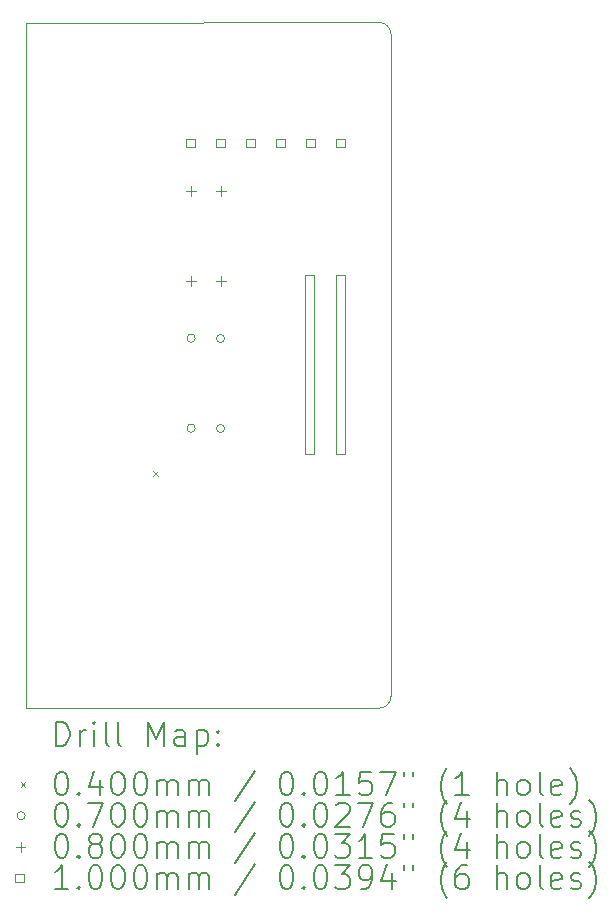
<source format=gbr>
%TF.GenerationSoftware,KiCad,Pcbnew,7.0.8*%
%TF.CreationDate,2023-12-01T23:48:12-08:00*%
%TF.ProjectId,COMiX-Edge-Adapter-Slim,434f4d69-582d-4456-9467-652d41646170,rev?*%
%TF.SameCoordinates,Original*%
%TF.FileFunction,Drillmap*%
%TF.FilePolarity,Positive*%
%FSLAX45Y45*%
G04 Gerber Fmt 4.5, Leading zero omitted, Abs format (unit mm)*
G04 Created by KiCad (PCBNEW 7.0.8) date 2023-12-01 23:48:12*
%MOMM*%
%LPD*%
G01*
G04 APERTURE LIST*
%ADD10C,0.100000*%
%ADD11C,0.200000*%
%ADD12C,0.040000*%
%ADD13C,0.070000*%
%ADD14C,0.080000*%
G04 APERTURE END LIST*
D10*
X22679660Y-12536170D02*
X22679660Y-11014710D01*
X22598380Y-11014710D02*
X22679660Y-11014710D01*
X22598380Y-12536170D02*
X22679660Y-12536170D01*
X22598380Y-11014710D02*
X22598380Y-12536170D01*
X22860000Y-11014710D02*
X22941280Y-11014710D01*
X22941280Y-12536170D02*
X22941280Y-11014710D01*
X22860000Y-12536170D02*
X22941280Y-12536170D01*
X22860000Y-11014710D02*
X22860000Y-12536170D01*
X23327649Y-14585180D02*
X23327360Y-8978900D01*
X20236180Y-14686280D02*
X23227649Y-14685180D01*
X23227649Y-14685179D02*
G75*
G03*
X23327649Y-14585180I1J99999D01*
G01*
X23327360Y-8978900D02*
G75*
G03*
X23227360Y-8878900I-100000J0D01*
G01*
X20236180Y-8879840D02*
X23227360Y-8878900D01*
X20236180Y-8879840D02*
X20236180Y-14686280D01*
D11*
D12*
X21313460Y-12674920D02*
X21353460Y-12714920D01*
X21353460Y-12674920D02*
X21313460Y-12714920D01*
D13*
X21670720Y-11551920D02*
G75*
G03*
X21670720Y-11551920I-35000J0D01*
G01*
X21670720Y-12313920D02*
G75*
G03*
X21670720Y-12313920I-35000J0D01*
G01*
X21919640Y-11554460D02*
G75*
G03*
X21919640Y-11554460I-35000J0D01*
G01*
X21919640Y-12316460D02*
G75*
G03*
X21919640Y-12316460I-35000J0D01*
G01*
D14*
X21633180Y-10267320D02*
X21633180Y-10347320D01*
X21593180Y-10307320D02*
X21673180Y-10307320D01*
X21633180Y-11029320D02*
X21633180Y-11109320D01*
X21593180Y-11069320D02*
X21673180Y-11069320D01*
X21887180Y-10267320D02*
X21887180Y-10347320D01*
X21847180Y-10307320D02*
X21927180Y-10307320D01*
X21887180Y-11029320D02*
X21887180Y-11109320D01*
X21847180Y-11069320D02*
X21927180Y-11069320D01*
D10*
X21665356Y-9935356D02*
X21665356Y-9864644D01*
X21594644Y-9864644D01*
X21594644Y-9935356D01*
X21665356Y-9935356D01*
X21919356Y-9935356D02*
X21919356Y-9864644D01*
X21848644Y-9864644D01*
X21848644Y-9935356D01*
X21919356Y-9935356D01*
X22173356Y-9935356D02*
X22173356Y-9864644D01*
X22102644Y-9864644D01*
X22102644Y-9935356D01*
X22173356Y-9935356D01*
X22427356Y-9935356D02*
X22427356Y-9864644D01*
X22356644Y-9864644D01*
X22356644Y-9935356D01*
X22427356Y-9935356D01*
X22681356Y-9935356D02*
X22681356Y-9864644D01*
X22610644Y-9864644D01*
X22610644Y-9935356D01*
X22681356Y-9935356D01*
X22935356Y-9935356D02*
X22935356Y-9864644D01*
X22864644Y-9864644D01*
X22864644Y-9935356D01*
X22935356Y-9935356D01*
D11*
X20491957Y-15002764D02*
X20491957Y-14802764D01*
X20491957Y-14802764D02*
X20539576Y-14802764D01*
X20539576Y-14802764D02*
X20568147Y-14812288D01*
X20568147Y-14812288D02*
X20587195Y-14831335D01*
X20587195Y-14831335D02*
X20596719Y-14850383D01*
X20596719Y-14850383D02*
X20606243Y-14888478D01*
X20606243Y-14888478D02*
X20606243Y-14917049D01*
X20606243Y-14917049D02*
X20596719Y-14955145D01*
X20596719Y-14955145D02*
X20587195Y-14974192D01*
X20587195Y-14974192D02*
X20568147Y-14993240D01*
X20568147Y-14993240D02*
X20539576Y-15002764D01*
X20539576Y-15002764D02*
X20491957Y-15002764D01*
X20691957Y-15002764D02*
X20691957Y-14869430D01*
X20691957Y-14907526D02*
X20701481Y-14888478D01*
X20701481Y-14888478D02*
X20711004Y-14878954D01*
X20711004Y-14878954D02*
X20730052Y-14869430D01*
X20730052Y-14869430D02*
X20749100Y-14869430D01*
X20815766Y-15002764D02*
X20815766Y-14869430D01*
X20815766Y-14802764D02*
X20806243Y-14812288D01*
X20806243Y-14812288D02*
X20815766Y-14821811D01*
X20815766Y-14821811D02*
X20825290Y-14812288D01*
X20825290Y-14812288D02*
X20815766Y-14802764D01*
X20815766Y-14802764D02*
X20815766Y-14821811D01*
X20939576Y-15002764D02*
X20920528Y-14993240D01*
X20920528Y-14993240D02*
X20911004Y-14974192D01*
X20911004Y-14974192D02*
X20911004Y-14802764D01*
X21044338Y-15002764D02*
X21025290Y-14993240D01*
X21025290Y-14993240D02*
X21015766Y-14974192D01*
X21015766Y-14974192D02*
X21015766Y-14802764D01*
X21272909Y-15002764D02*
X21272909Y-14802764D01*
X21272909Y-14802764D02*
X21339576Y-14945621D01*
X21339576Y-14945621D02*
X21406243Y-14802764D01*
X21406243Y-14802764D02*
X21406243Y-15002764D01*
X21587195Y-15002764D02*
X21587195Y-14898002D01*
X21587195Y-14898002D02*
X21577671Y-14878954D01*
X21577671Y-14878954D02*
X21558624Y-14869430D01*
X21558624Y-14869430D02*
X21520528Y-14869430D01*
X21520528Y-14869430D02*
X21501481Y-14878954D01*
X21587195Y-14993240D02*
X21568147Y-15002764D01*
X21568147Y-15002764D02*
X21520528Y-15002764D01*
X21520528Y-15002764D02*
X21501481Y-14993240D01*
X21501481Y-14993240D02*
X21491957Y-14974192D01*
X21491957Y-14974192D02*
X21491957Y-14955145D01*
X21491957Y-14955145D02*
X21501481Y-14936097D01*
X21501481Y-14936097D02*
X21520528Y-14926573D01*
X21520528Y-14926573D02*
X21568147Y-14926573D01*
X21568147Y-14926573D02*
X21587195Y-14917049D01*
X21682433Y-14869430D02*
X21682433Y-15069430D01*
X21682433Y-14878954D02*
X21701481Y-14869430D01*
X21701481Y-14869430D02*
X21739576Y-14869430D01*
X21739576Y-14869430D02*
X21758624Y-14878954D01*
X21758624Y-14878954D02*
X21768147Y-14888478D01*
X21768147Y-14888478D02*
X21777671Y-14907526D01*
X21777671Y-14907526D02*
X21777671Y-14964668D01*
X21777671Y-14964668D02*
X21768147Y-14983716D01*
X21768147Y-14983716D02*
X21758624Y-14993240D01*
X21758624Y-14993240D02*
X21739576Y-15002764D01*
X21739576Y-15002764D02*
X21701481Y-15002764D01*
X21701481Y-15002764D02*
X21682433Y-14993240D01*
X21863385Y-14983716D02*
X21872909Y-14993240D01*
X21872909Y-14993240D02*
X21863385Y-15002764D01*
X21863385Y-15002764D02*
X21853862Y-14993240D01*
X21853862Y-14993240D02*
X21863385Y-14983716D01*
X21863385Y-14983716D02*
X21863385Y-15002764D01*
X21863385Y-14878954D02*
X21872909Y-14888478D01*
X21872909Y-14888478D02*
X21863385Y-14898002D01*
X21863385Y-14898002D02*
X21853862Y-14888478D01*
X21853862Y-14888478D02*
X21863385Y-14878954D01*
X21863385Y-14878954D02*
X21863385Y-14898002D01*
D12*
X20191180Y-15311280D02*
X20231180Y-15351280D01*
X20231180Y-15311280D02*
X20191180Y-15351280D01*
D11*
X20530052Y-15222764D02*
X20549100Y-15222764D01*
X20549100Y-15222764D02*
X20568147Y-15232288D01*
X20568147Y-15232288D02*
X20577671Y-15241811D01*
X20577671Y-15241811D02*
X20587195Y-15260859D01*
X20587195Y-15260859D02*
X20596719Y-15298954D01*
X20596719Y-15298954D02*
X20596719Y-15346573D01*
X20596719Y-15346573D02*
X20587195Y-15384668D01*
X20587195Y-15384668D02*
X20577671Y-15403716D01*
X20577671Y-15403716D02*
X20568147Y-15413240D01*
X20568147Y-15413240D02*
X20549100Y-15422764D01*
X20549100Y-15422764D02*
X20530052Y-15422764D01*
X20530052Y-15422764D02*
X20511004Y-15413240D01*
X20511004Y-15413240D02*
X20501481Y-15403716D01*
X20501481Y-15403716D02*
X20491957Y-15384668D01*
X20491957Y-15384668D02*
X20482433Y-15346573D01*
X20482433Y-15346573D02*
X20482433Y-15298954D01*
X20482433Y-15298954D02*
X20491957Y-15260859D01*
X20491957Y-15260859D02*
X20501481Y-15241811D01*
X20501481Y-15241811D02*
X20511004Y-15232288D01*
X20511004Y-15232288D02*
X20530052Y-15222764D01*
X20682433Y-15403716D02*
X20691957Y-15413240D01*
X20691957Y-15413240D02*
X20682433Y-15422764D01*
X20682433Y-15422764D02*
X20672909Y-15413240D01*
X20672909Y-15413240D02*
X20682433Y-15403716D01*
X20682433Y-15403716D02*
X20682433Y-15422764D01*
X20863385Y-15289430D02*
X20863385Y-15422764D01*
X20815766Y-15213240D02*
X20768147Y-15356097D01*
X20768147Y-15356097D02*
X20891957Y-15356097D01*
X21006243Y-15222764D02*
X21025290Y-15222764D01*
X21025290Y-15222764D02*
X21044338Y-15232288D01*
X21044338Y-15232288D02*
X21053862Y-15241811D01*
X21053862Y-15241811D02*
X21063385Y-15260859D01*
X21063385Y-15260859D02*
X21072909Y-15298954D01*
X21072909Y-15298954D02*
X21072909Y-15346573D01*
X21072909Y-15346573D02*
X21063385Y-15384668D01*
X21063385Y-15384668D02*
X21053862Y-15403716D01*
X21053862Y-15403716D02*
X21044338Y-15413240D01*
X21044338Y-15413240D02*
X21025290Y-15422764D01*
X21025290Y-15422764D02*
X21006243Y-15422764D01*
X21006243Y-15422764D02*
X20987195Y-15413240D01*
X20987195Y-15413240D02*
X20977671Y-15403716D01*
X20977671Y-15403716D02*
X20968147Y-15384668D01*
X20968147Y-15384668D02*
X20958624Y-15346573D01*
X20958624Y-15346573D02*
X20958624Y-15298954D01*
X20958624Y-15298954D02*
X20968147Y-15260859D01*
X20968147Y-15260859D02*
X20977671Y-15241811D01*
X20977671Y-15241811D02*
X20987195Y-15232288D01*
X20987195Y-15232288D02*
X21006243Y-15222764D01*
X21196719Y-15222764D02*
X21215766Y-15222764D01*
X21215766Y-15222764D02*
X21234814Y-15232288D01*
X21234814Y-15232288D02*
X21244338Y-15241811D01*
X21244338Y-15241811D02*
X21253862Y-15260859D01*
X21253862Y-15260859D02*
X21263385Y-15298954D01*
X21263385Y-15298954D02*
X21263385Y-15346573D01*
X21263385Y-15346573D02*
X21253862Y-15384668D01*
X21253862Y-15384668D02*
X21244338Y-15403716D01*
X21244338Y-15403716D02*
X21234814Y-15413240D01*
X21234814Y-15413240D02*
X21215766Y-15422764D01*
X21215766Y-15422764D02*
X21196719Y-15422764D01*
X21196719Y-15422764D02*
X21177671Y-15413240D01*
X21177671Y-15413240D02*
X21168147Y-15403716D01*
X21168147Y-15403716D02*
X21158624Y-15384668D01*
X21158624Y-15384668D02*
X21149100Y-15346573D01*
X21149100Y-15346573D02*
X21149100Y-15298954D01*
X21149100Y-15298954D02*
X21158624Y-15260859D01*
X21158624Y-15260859D02*
X21168147Y-15241811D01*
X21168147Y-15241811D02*
X21177671Y-15232288D01*
X21177671Y-15232288D02*
X21196719Y-15222764D01*
X21349100Y-15422764D02*
X21349100Y-15289430D01*
X21349100Y-15308478D02*
X21358624Y-15298954D01*
X21358624Y-15298954D02*
X21377671Y-15289430D01*
X21377671Y-15289430D02*
X21406243Y-15289430D01*
X21406243Y-15289430D02*
X21425290Y-15298954D01*
X21425290Y-15298954D02*
X21434814Y-15318002D01*
X21434814Y-15318002D02*
X21434814Y-15422764D01*
X21434814Y-15318002D02*
X21444338Y-15298954D01*
X21444338Y-15298954D02*
X21463385Y-15289430D01*
X21463385Y-15289430D02*
X21491957Y-15289430D01*
X21491957Y-15289430D02*
X21511005Y-15298954D01*
X21511005Y-15298954D02*
X21520528Y-15318002D01*
X21520528Y-15318002D02*
X21520528Y-15422764D01*
X21615766Y-15422764D02*
X21615766Y-15289430D01*
X21615766Y-15308478D02*
X21625290Y-15298954D01*
X21625290Y-15298954D02*
X21644338Y-15289430D01*
X21644338Y-15289430D02*
X21672909Y-15289430D01*
X21672909Y-15289430D02*
X21691957Y-15298954D01*
X21691957Y-15298954D02*
X21701481Y-15318002D01*
X21701481Y-15318002D02*
X21701481Y-15422764D01*
X21701481Y-15318002D02*
X21711005Y-15298954D01*
X21711005Y-15298954D02*
X21730052Y-15289430D01*
X21730052Y-15289430D02*
X21758624Y-15289430D01*
X21758624Y-15289430D02*
X21777671Y-15298954D01*
X21777671Y-15298954D02*
X21787195Y-15318002D01*
X21787195Y-15318002D02*
X21787195Y-15422764D01*
X22177671Y-15213240D02*
X22006243Y-15470383D01*
X22434814Y-15222764D02*
X22453862Y-15222764D01*
X22453862Y-15222764D02*
X22472909Y-15232288D01*
X22472909Y-15232288D02*
X22482433Y-15241811D01*
X22482433Y-15241811D02*
X22491957Y-15260859D01*
X22491957Y-15260859D02*
X22501481Y-15298954D01*
X22501481Y-15298954D02*
X22501481Y-15346573D01*
X22501481Y-15346573D02*
X22491957Y-15384668D01*
X22491957Y-15384668D02*
X22482433Y-15403716D01*
X22482433Y-15403716D02*
X22472909Y-15413240D01*
X22472909Y-15413240D02*
X22453862Y-15422764D01*
X22453862Y-15422764D02*
X22434814Y-15422764D01*
X22434814Y-15422764D02*
X22415766Y-15413240D01*
X22415766Y-15413240D02*
X22406243Y-15403716D01*
X22406243Y-15403716D02*
X22396719Y-15384668D01*
X22396719Y-15384668D02*
X22387195Y-15346573D01*
X22387195Y-15346573D02*
X22387195Y-15298954D01*
X22387195Y-15298954D02*
X22396719Y-15260859D01*
X22396719Y-15260859D02*
X22406243Y-15241811D01*
X22406243Y-15241811D02*
X22415766Y-15232288D01*
X22415766Y-15232288D02*
X22434814Y-15222764D01*
X22587195Y-15403716D02*
X22596719Y-15413240D01*
X22596719Y-15413240D02*
X22587195Y-15422764D01*
X22587195Y-15422764D02*
X22577671Y-15413240D01*
X22577671Y-15413240D02*
X22587195Y-15403716D01*
X22587195Y-15403716D02*
X22587195Y-15422764D01*
X22720528Y-15222764D02*
X22739576Y-15222764D01*
X22739576Y-15222764D02*
X22758624Y-15232288D01*
X22758624Y-15232288D02*
X22768147Y-15241811D01*
X22768147Y-15241811D02*
X22777671Y-15260859D01*
X22777671Y-15260859D02*
X22787195Y-15298954D01*
X22787195Y-15298954D02*
X22787195Y-15346573D01*
X22787195Y-15346573D02*
X22777671Y-15384668D01*
X22777671Y-15384668D02*
X22768147Y-15403716D01*
X22768147Y-15403716D02*
X22758624Y-15413240D01*
X22758624Y-15413240D02*
X22739576Y-15422764D01*
X22739576Y-15422764D02*
X22720528Y-15422764D01*
X22720528Y-15422764D02*
X22701481Y-15413240D01*
X22701481Y-15413240D02*
X22691957Y-15403716D01*
X22691957Y-15403716D02*
X22682433Y-15384668D01*
X22682433Y-15384668D02*
X22672909Y-15346573D01*
X22672909Y-15346573D02*
X22672909Y-15298954D01*
X22672909Y-15298954D02*
X22682433Y-15260859D01*
X22682433Y-15260859D02*
X22691957Y-15241811D01*
X22691957Y-15241811D02*
X22701481Y-15232288D01*
X22701481Y-15232288D02*
X22720528Y-15222764D01*
X22977671Y-15422764D02*
X22863386Y-15422764D01*
X22920528Y-15422764D02*
X22920528Y-15222764D01*
X22920528Y-15222764D02*
X22901481Y-15251335D01*
X22901481Y-15251335D02*
X22882433Y-15270383D01*
X22882433Y-15270383D02*
X22863386Y-15279907D01*
X23158624Y-15222764D02*
X23063386Y-15222764D01*
X23063386Y-15222764D02*
X23053862Y-15318002D01*
X23053862Y-15318002D02*
X23063386Y-15308478D01*
X23063386Y-15308478D02*
X23082433Y-15298954D01*
X23082433Y-15298954D02*
X23130052Y-15298954D01*
X23130052Y-15298954D02*
X23149100Y-15308478D01*
X23149100Y-15308478D02*
X23158624Y-15318002D01*
X23158624Y-15318002D02*
X23168147Y-15337049D01*
X23168147Y-15337049D02*
X23168147Y-15384668D01*
X23168147Y-15384668D02*
X23158624Y-15403716D01*
X23158624Y-15403716D02*
X23149100Y-15413240D01*
X23149100Y-15413240D02*
X23130052Y-15422764D01*
X23130052Y-15422764D02*
X23082433Y-15422764D01*
X23082433Y-15422764D02*
X23063386Y-15413240D01*
X23063386Y-15413240D02*
X23053862Y-15403716D01*
X23234814Y-15222764D02*
X23368147Y-15222764D01*
X23368147Y-15222764D02*
X23282433Y-15422764D01*
X23434814Y-15222764D02*
X23434814Y-15260859D01*
X23511005Y-15222764D02*
X23511005Y-15260859D01*
X23806243Y-15498954D02*
X23796719Y-15489430D01*
X23796719Y-15489430D02*
X23777671Y-15460859D01*
X23777671Y-15460859D02*
X23768148Y-15441811D01*
X23768148Y-15441811D02*
X23758624Y-15413240D01*
X23758624Y-15413240D02*
X23749100Y-15365621D01*
X23749100Y-15365621D02*
X23749100Y-15327526D01*
X23749100Y-15327526D02*
X23758624Y-15279907D01*
X23758624Y-15279907D02*
X23768148Y-15251335D01*
X23768148Y-15251335D02*
X23777671Y-15232288D01*
X23777671Y-15232288D02*
X23796719Y-15203716D01*
X23796719Y-15203716D02*
X23806243Y-15194192D01*
X23987195Y-15422764D02*
X23872909Y-15422764D01*
X23930052Y-15422764D02*
X23930052Y-15222764D01*
X23930052Y-15222764D02*
X23911005Y-15251335D01*
X23911005Y-15251335D02*
X23891957Y-15270383D01*
X23891957Y-15270383D02*
X23872909Y-15279907D01*
X24225290Y-15422764D02*
X24225290Y-15222764D01*
X24311005Y-15422764D02*
X24311005Y-15318002D01*
X24311005Y-15318002D02*
X24301481Y-15298954D01*
X24301481Y-15298954D02*
X24282433Y-15289430D01*
X24282433Y-15289430D02*
X24253862Y-15289430D01*
X24253862Y-15289430D02*
X24234814Y-15298954D01*
X24234814Y-15298954D02*
X24225290Y-15308478D01*
X24434814Y-15422764D02*
X24415767Y-15413240D01*
X24415767Y-15413240D02*
X24406243Y-15403716D01*
X24406243Y-15403716D02*
X24396719Y-15384668D01*
X24396719Y-15384668D02*
X24396719Y-15327526D01*
X24396719Y-15327526D02*
X24406243Y-15308478D01*
X24406243Y-15308478D02*
X24415767Y-15298954D01*
X24415767Y-15298954D02*
X24434814Y-15289430D01*
X24434814Y-15289430D02*
X24463386Y-15289430D01*
X24463386Y-15289430D02*
X24482433Y-15298954D01*
X24482433Y-15298954D02*
X24491957Y-15308478D01*
X24491957Y-15308478D02*
X24501481Y-15327526D01*
X24501481Y-15327526D02*
X24501481Y-15384668D01*
X24501481Y-15384668D02*
X24491957Y-15403716D01*
X24491957Y-15403716D02*
X24482433Y-15413240D01*
X24482433Y-15413240D02*
X24463386Y-15422764D01*
X24463386Y-15422764D02*
X24434814Y-15422764D01*
X24615767Y-15422764D02*
X24596719Y-15413240D01*
X24596719Y-15413240D02*
X24587195Y-15394192D01*
X24587195Y-15394192D02*
X24587195Y-15222764D01*
X24768148Y-15413240D02*
X24749100Y-15422764D01*
X24749100Y-15422764D02*
X24711005Y-15422764D01*
X24711005Y-15422764D02*
X24691957Y-15413240D01*
X24691957Y-15413240D02*
X24682433Y-15394192D01*
X24682433Y-15394192D02*
X24682433Y-15318002D01*
X24682433Y-15318002D02*
X24691957Y-15298954D01*
X24691957Y-15298954D02*
X24711005Y-15289430D01*
X24711005Y-15289430D02*
X24749100Y-15289430D01*
X24749100Y-15289430D02*
X24768148Y-15298954D01*
X24768148Y-15298954D02*
X24777671Y-15318002D01*
X24777671Y-15318002D02*
X24777671Y-15337049D01*
X24777671Y-15337049D02*
X24682433Y-15356097D01*
X24844338Y-15498954D02*
X24853862Y-15489430D01*
X24853862Y-15489430D02*
X24872910Y-15460859D01*
X24872910Y-15460859D02*
X24882433Y-15441811D01*
X24882433Y-15441811D02*
X24891957Y-15413240D01*
X24891957Y-15413240D02*
X24901481Y-15365621D01*
X24901481Y-15365621D02*
X24901481Y-15327526D01*
X24901481Y-15327526D02*
X24891957Y-15279907D01*
X24891957Y-15279907D02*
X24882433Y-15251335D01*
X24882433Y-15251335D02*
X24872910Y-15232288D01*
X24872910Y-15232288D02*
X24853862Y-15203716D01*
X24853862Y-15203716D02*
X24844338Y-15194192D01*
D13*
X20231180Y-15595280D02*
G75*
G03*
X20231180Y-15595280I-35000J0D01*
G01*
D11*
X20530052Y-15486764D02*
X20549100Y-15486764D01*
X20549100Y-15486764D02*
X20568147Y-15496288D01*
X20568147Y-15496288D02*
X20577671Y-15505811D01*
X20577671Y-15505811D02*
X20587195Y-15524859D01*
X20587195Y-15524859D02*
X20596719Y-15562954D01*
X20596719Y-15562954D02*
X20596719Y-15610573D01*
X20596719Y-15610573D02*
X20587195Y-15648668D01*
X20587195Y-15648668D02*
X20577671Y-15667716D01*
X20577671Y-15667716D02*
X20568147Y-15677240D01*
X20568147Y-15677240D02*
X20549100Y-15686764D01*
X20549100Y-15686764D02*
X20530052Y-15686764D01*
X20530052Y-15686764D02*
X20511004Y-15677240D01*
X20511004Y-15677240D02*
X20501481Y-15667716D01*
X20501481Y-15667716D02*
X20491957Y-15648668D01*
X20491957Y-15648668D02*
X20482433Y-15610573D01*
X20482433Y-15610573D02*
X20482433Y-15562954D01*
X20482433Y-15562954D02*
X20491957Y-15524859D01*
X20491957Y-15524859D02*
X20501481Y-15505811D01*
X20501481Y-15505811D02*
X20511004Y-15496288D01*
X20511004Y-15496288D02*
X20530052Y-15486764D01*
X20682433Y-15667716D02*
X20691957Y-15677240D01*
X20691957Y-15677240D02*
X20682433Y-15686764D01*
X20682433Y-15686764D02*
X20672909Y-15677240D01*
X20672909Y-15677240D02*
X20682433Y-15667716D01*
X20682433Y-15667716D02*
X20682433Y-15686764D01*
X20758624Y-15486764D02*
X20891957Y-15486764D01*
X20891957Y-15486764D02*
X20806243Y-15686764D01*
X21006243Y-15486764D02*
X21025290Y-15486764D01*
X21025290Y-15486764D02*
X21044338Y-15496288D01*
X21044338Y-15496288D02*
X21053862Y-15505811D01*
X21053862Y-15505811D02*
X21063385Y-15524859D01*
X21063385Y-15524859D02*
X21072909Y-15562954D01*
X21072909Y-15562954D02*
X21072909Y-15610573D01*
X21072909Y-15610573D02*
X21063385Y-15648668D01*
X21063385Y-15648668D02*
X21053862Y-15667716D01*
X21053862Y-15667716D02*
X21044338Y-15677240D01*
X21044338Y-15677240D02*
X21025290Y-15686764D01*
X21025290Y-15686764D02*
X21006243Y-15686764D01*
X21006243Y-15686764D02*
X20987195Y-15677240D01*
X20987195Y-15677240D02*
X20977671Y-15667716D01*
X20977671Y-15667716D02*
X20968147Y-15648668D01*
X20968147Y-15648668D02*
X20958624Y-15610573D01*
X20958624Y-15610573D02*
X20958624Y-15562954D01*
X20958624Y-15562954D02*
X20968147Y-15524859D01*
X20968147Y-15524859D02*
X20977671Y-15505811D01*
X20977671Y-15505811D02*
X20987195Y-15496288D01*
X20987195Y-15496288D02*
X21006243Y-15486764D01*
X21196719Y-15486764D02*
X21215766Y-15486764D01*
X21215766Y-15486764D02*
X21234814Y-15496288D01*
X21234814Y-15496288D02*
X21244338Y-15505811D01*
X21244338Y-15505811D02*
X21253862Y-15524859D01*
X21253862Y-15524859D02*
X21263385Y-15562954D01*
X21263385Y-15562954D02*
X21263385Y-15610573D01*
X21263385Y-15610573D02*
X21253862Y-15648668D01*
X21253862Y-15648668D02*
X21244338Y-15667716D01*
X21244338Y-15667716D02*
X21234814Y-15677240D01*
X21234814Y-15677240D02*
X21215766Y-15686764D01*
X21215766Y-15686764D02*
X21196719Y-15686764D01*
X21196719Y-15686764D02*
X21177671Y-15677240D01*
X21177671Y-15677240D02*
X21168147Y-15667716D01*
X21168147Y-15667716D02*
X21158624Y-15648668D01*
X21158624Y-15648668D02*
X21149100Y-15610573D01*
X21149100Y-15610573D02*
X21149100Y-15562954D01*
X21149100Y-15562954D02*
X21158624Y-15524859D01*
X21158624Y-15524859D02*
X21168147Y-15505811D01*
X21168147Y-15505811D02*
X21177671Y-15496288D01*
X21177671Y-15496288D02*
X21196719Y-15486764D01*
X21349100Y-15686764D02*
X21349100Y-15553430D01*
X21349100Y-15572478D02*
X21358624Y-15562954D01*
X21358624Y-15562954D02*
X21377671Y-15553430D01*
X21377671Y-15553430D02*
X21406243Y-15553430D01*
X21406243Y-15553430D02*
X21425290Y-15562954D01*
X21425290Y-15562954D02*
X21434814Y-15582002D01*
X21434814Y-15582002D02*
X21434814Y-15686764D01*
X21434814Y-15582002D02*
X21444338Y-15562954D01*
X21444338Y-15562954D02*
X21463385Y-15553430D01*
X21463385Y-15553430D02*
X21491957Y-15553430D01*
X21491957Y-15553430D02*
X21511005Y-15562954D01*
X21511005Y-15562954D02*
X21520528Y-15582002D01*
X21520528Y-15582002D02*
X21520528Y-15686764D01*
X21615766Y-15686764D02*
X21615766Y-15553430D01*
X21615766Y-15572478D02*
X21625290Y-15562954D01*
X21625290Y-15562954D02*
X21644338Y-15553430D01*
X21644338Y-15553430D02*
X21672909Y-15553430D01*
X21672909Y-15553430D02*
X21691957Y-15562954D01*
X21691957Y-15562954D02*
X21701481Y-15582002D01*
X21701481Y-15582002D02*
X21701481Y-15686764D01*
X21701481Y-15582002D02*
X21711005Y-15562954D01*
X21711005Y-15562954D02*
X21730052Y-15553430D01*
X21730052Y-15553430D02*
X21758624Y-15553430D01*
X21758624Y-15553430D02*
X21777671Y-15562954D01*
X21777671Y-15562954D02*
X21787195Y-15582002D01*
X21787195Y-15582002D02*
X21787195Y-15686764D01*
X22177671Y-15477240D02*
X22006243Y-15734383D01*
X22434814Y-15486764D02*
X22453862Y-15486764D01*
X22453862Y-15486764D02*
X22472909Y-15496288D01*
X22472909Y-15496288D02*
X22482433Y-15505811D01*
X22482433Y-15505811D02*
X22491957Y-15524859D01*
X22491957Y-15524859D02*
X22501481Y-15562954D01*
X22501481Y-15562954D02*
X22501481Y-15610573D01*
X22501481Y-15610573D02*
X22491957Y-15648668D01*
X22491957Y-15648668D02*
X22482433Y-15667716D01*
X22482433Y-15667716D02*
X22472909Y-15677240D01*
X22472909Y-15677240D02*
X22453862Y-15686764D01*
X22453862Y-15686764D02*
X22434814Y-15686764D01*
X22434814Y-15686764D02*
X22415766Y-15677240D01*
X22415766Y-15677240D02*
X22406243Y-15667716D01*
X22406243Y-15667716D02*
X22396719Y-15648668D01*
X22396719Y-15648668D02*
X22387195Y-15610573D01*
X22387195Y-15610573D02*
X22387195Y-15562954D01*
X22387195Y-15562954D02*
X22396719Y-15524859D01*
X22396719Y-15524859D02*
X22406243Y-15505811D01*
X22406243Y-15505811D02*
X22415766Y-15496288D01*
X22415766Y-15496288D02*
X22434814Y-15486764D01*
X22587195Y-15667716D02*
X22596719Y-15677240D01*
X22596719Y-15677240D02*
X22587195Y-15686764D01*
X22587195Y-15686764D02*
X22577671Y-15677240D01*
X22577671Y-15677240D02*
X22587195Y-15667716D01*
X22587195Y-15667716D02*
X22587195Y-15686764D01*
X22720528Y-15486764D02*
X22739576Y-15486764D01*
X22739576Y-15486764D02*
X22758624Y-15496288D01*
X22758624Y-15496288D02*
X22768147Y-15505811D01*
X22768147Y-15505811D02*
X22777671Y-15524859D01*
X22777671Y-15524859D02*
X22787195Y-15562954D01*
X22787195Y-15562954D02*
X22787195Y-15610573D01*
X22787195Y-15610573D02*
X22777671Y-15648668D01*
X22777671Y-15648668D02*
X22768147Y-15667716D01*
X22768147Y-15667716D02*
X22758624Y-15677240D01*
X22758624Y-15677240D02*
X22739576Y-15686764D01*
X22739576Y-15686764D02*
X22720528Y-15686764D01*
X22720528Y-15686764D02*
X22701481Y-15677240D01*
X22701481Y-15677240D02*
X22691957Y-15667716D01*
X22691957Y-15667716D02*
X22682433Y-15648668D01*
X22682433Y-15648668D02*
X22672909Y-15610573D01*
X22672909Y-15610573D02*
X22672909Y-15562954D01*
X22672909Y-15562954D02*
X22682433Y-15524859D01*
X22682433Y-15524859D02*
X22691957Y-15505811D01*
X22691957Y-15505811D02*
X22701481Y-15496288D01*
X22701481Y-15496288D02*
X22720528Y-15486764D01*
X22863386Y-15505811D02*
X22872909Y-15496288D01*
X22872909Y-15496288D02*
X22891957Y-15486764D01*
X22891957Y-15486764D02*
X22939576Y-15486764D01*
X22939576Y-15486764D02*
X22958624Y-15496288D01*
X22958624Y-15496288D02*
X22968147Y-15505811D01*
X22968147Y-15505811D02*
X22977671Y-15524859D01*
X22977671Y-15524859D02*
X22977671Y-15543907D01*
X22977671Y-15543907D02*
X22968147Y-15572478D01*
X22968147Y-15572478D02*
X22853862Y-15686764D01*
X22853862Y-15686764D02*
X22977671Y-15686764D01*
X23044338Y-15486764D02*
X23177671Y-15486764D01*
X23177671Y-15486764D02*
X23091957Y-15686764D01*
X23339576Y-15486764D02*
X23301481Y-15486764D01*
X23301481Y-15486764D02*
X23282433Y-15496288D01*
X23282433Y-15496288D02*
X23272909Y-15505811D01*
X23272909Y-15505811D02*
X23253862Y-15534383D01*
X23253862Y-15534383D02*
X23244338Y-15572478D01*
X23244338Y-15572478D02*
X23244338Y-15648668D01*
X23244338Y-15648668D02*
X23253862Y-15667716D01*
X23253862Y-15667716D02*
X23263386Y-15677240D01*
X23263386Y-15677240D02*
X23282433Y-15686764D01*
X23282433Y-15686764D02*
X23320528Y-15686764D01*
X23320528Y-15686764D02*
X23339576Y-15677240D01*
X23339576Y-15677240D02*
X23349100Y-15667716D01*
X23349100Y-15667716D02*
X23358624Y-15648668D01*
X23358624Y-15648668D02*
X23358624Y-15601049D01*
X23358624Y-15601049D02*
X23349100Y-15582002D01*
X23349100Y-15582002D02*
X23339576Y-15572478D01*
X23339576Y-15572478D02*
X23320528Y-15562954D01*
X23320528Y-15562954D02*
X23282433Y-15562954D01*
X23282433Y-15562954D02*
X23263386Y-15572478D01*
X23263386Y-15572478D02*
X23253862Y-15582002D01*
X23253862Y-15582002D02*
X23244338Y-15601049D01*
X23434814Y-15486764D02*
X23434814Y-15524859D01*
X23511005Y-15486764D02*
X23511005Y-15524859D01*
X23806243Y-15762954D02*
X23796719Y-15753430D01*
X23796719Y-15753430D02*
X23777671Y-15724859D01*
X23777671Y-15724859D02*
X23768148Y-15705811D01*
X23768148Y-15705811D02*
X23758624Y-15677240D01*
X23758624Y-15677240D02*
X23749100Y-15629621D01*
X23749100Y-15629621D02*
X23749100Y-15591526D01*
X23749100Y-15591526D02*
X23758624Y-15543907D01*
X23758624Y-15543907D02*
X23768148Y-15515335D01*
X23768148Y-15515335D02*
X23777671Y-15496288D01*
X23777671Y-15496288D02*
X23796719Y-15467716D01*
X23796719Y-15467716D02*
X23806243Y-15458192D01*
X23968148Y-15553430D02*
X23968148Y-15686764D01*
X23920528Y-15477240D02*
X23872909Y-15620097D01*
X23872909Y-15620097D02*
X23996719Y-15620097D01*
X24225290Y-15686764D02*
X24225290Y-15486764D01*
X24311005Y-15686764D02*
X24311005Y-15582002D01*
X24311005Y-15582002D02*
X24301481Y-15562954D01*
X24301481Y-15562954D02*
X24282433Y-15553430D01*
X24282433Y-15553430D02*
X24253862Y-15553430D01*
X24253862Y-15553430D02*
X24234814Y-15562954D01*
X24234814Y-15562954D02*
X24225290Y-15572478D01*
X24434814Y-15686764D02*
X24415767Y-15677240D01*
X24415767Y-15677240D02*
X24406243Y-15667716D01*
X24406243Y-15667716D02*
X24396719Y-15648668D01*
X24396719Y-15648668D02*
X24396719Y-15591526D01*
X24396719Y-15591526D02*
X24406243Y-15572478D01*
X24406243Y-15572478D02*
X24415767Y-15562954D01*
X24415767Y-15562954D02*
X24434814Y-15553430D01*
X24434814Y-15553430D02*
X24463386Y-15553430D01*
X24463386Y-15553430D02*
X24482433Y-15562954D01*
X24482433Y-15562954D02*
X24491957Y-15572478D01*
X24491957Y-15572478D02*
X24501481Y-15591526D01*
X24501481Y-15591526D02*
X24501481Y-15648668D01*
X24501481Y-15648668D02*
X24491957Y-15667716D01*
X24491957Y-15667716D02*
X24482433Y-15677240D01*
X24482433Y-15677240D02*
X24463386Y-15686764D01*
X24463386Y-15686764D02*
X24434814Y-15686764D01*
X24615767Y-15686764D02*
X24596719Y-15677240D01*
X24596719Y-15677240D02*
X24587195Y-15658192D01*
X24587195Y-15658192D02*
X24587195Y-15486764D01*
X24768148Y-15677240D02*
X24749100Y-15686764D01*
X24749100Y-15686764D02*
X24711005Y-15686764D01*
X24711005Y-15686764D02*
X24691957Y-15677240D01*
X24691957Y-15677240D02*
X24682433Y-15658192D01*
X24682433Y-15658192D02*
X24682433Y-15582002D01*
X24682433Y-15582002D02*
X24691957Y-15562954D01*
X24691957Y-15562954D02*
X24711005Y-15553430D01*
X24711005Y-15553430D02*
X24749100Y-15553430D01*
X24749100Y-15553430D02*
X24768148Y-15562954D01*
X24768148Y-15562954D02*
X24777671Y-15582002D01*
X24777671Y-15582002D02*
X24777671Y-15601049D01*
X24777671Y-15601049D02*
X24682433Y-15620097D01*
X24853862Y-15677240D02*
X24872910Y-15686764D01*
X24872910Y-15686764D02*
X24911005Y-15686764D01*
X24911005Y-15686764D02*
X24930052Y-15677240D01*
X24930052Y-15677240D02*
X24939576Y-15658192D01*
X24939576Y-15658192D02*
X24939576Y-15648668D01*
X24939576Y-15648668D02*
X24930052Y-15629621D01*
X24930052Y-15629621D02*
X24911005Y-15620097D01*
X24911005Y-15620097D02*
X24882433Y-15620097D01*
X24882433Y-15620097D02*
X24863386Y-15610573D01*
X24863386Y-15610573D02*
X24853862Y-15591526D01*
X24853862Y-15591526D02*
X24853862Y-15582002D01*
X24853862Y-15582002D02*
X24863386Y-15562954D01*
X24863386Y-15562954D02*
X24882433Y-15553430D01*
X24882433Y-15553430D02*
X24911005Y-15553430D01*
X24911005Y-15553430D02*
X24930052Y-15562954D01*
X25006243Y-15762954D02*
X25015767Y-15753430D01*
X25015767Y-15753430D02*
X25034814Y-15724859D01*
X25034814Y-15724859D02*
X25044338Y-15705811D01*
X25044338Y-15705811D02*
X25053862Y-15677240D01*
X25053862Y-15677240D02*
X25063386Y-15629621D01*
X25063386Y-15629621D02*
X25063386Y-15591526D01*
X25063386Y-15591526D02*
X25053862Y-15543907D01*
X25053862Y-15543907D02*
X25044338Y-15515335D01*
X25044338Y-15515335D02*
X25034814Y-15496288D01*
X25034814Y-15496288D02*
X25015767Y-15467716D01*
X25015767Y-15467716D02*
X25006243Y-15458192D01*
D14*
X20191180Y-15819280D02*
X20191180Y-15899280D01*
X20151180Y-15859280D02*
X20231180Y-15859280D01*
D11*
X20530052Y-15750764D02*
X20549100Y-15750764D01*
X20549100Y-15750764D02*
X20568147Y-15760288D01*
X20568147Y-15760288D02*
X20577671Y-15769811D01*
X20577671Y-15769811D02*
X20587195Y-15788859D01*
X20587195Y-15788859D02*
X20596719Y-15826954D01*
X20596719Y-15826954D02*
X20596719Y-15874573D01*
X20596719Y-15874573D02*
X20587195Y-15912668D01*
X20587195Y-15912668D02*
X20577671Y-15931716D01*
X20577671Y-15931716D02*
X20568147Y-15941240D01*
X20568147Y-15941240D02*
X20549100Y-15950764D01*
X20549100Y-15950764D02*
X20530052Y-15950764D01*
X20530052Y-15950764D02*
X20511004Y-15941240D01*
X20511004Y-15941240D02*
X20501481Y-15931716D01*
X20501481Y-15931716D02*
X20491957Y-15912668D01*
X20491957Y-15912668D02*
X20482433Y-15874573D01*
X20482433Y-15874573D02*
X20482433Y-15826954D01*
X20482433Y-15826954D02*
X20491957Y-15788859D01*
X20491957Y-15788859D02*
X20501481Y-15769811D01*
X20501481Y-15769811D02*
X20511004Y-15760288D01*
X20511004Y-15760288D02*
X20530052Y-15750764D01*
X20682433Y-15931716D02*
X20691957Y-15941240D01*
X20691957Y-15941240D02*
X20682433Y-15950764D01*
X20682433Y-15950764D02*
X20672909Y-15941240D01*
X20672909Y-15941240D02*
X20682433Y-15931716D01*
X20682433Y-15931716D02*
X20682433Y-15950764D01*
X20806243Y-15836478D02*
X20787195Y-15826954D01*
X20787195Y-15826954D02*
X20777671Y-15817430D01*
X20777671Y-15817430D02*
X20768147Y-15798383D01*
X20768147Y-15798383D02*
X20768147Y-15788859D01*
X20768147Y-15788859D02*
X20777671Y-15769811D01*
X20777671Y-15769811D02*
X20787195Y-15760288D01*
X20787195Y-15760288D02*
X20806243Y-15750764D01*
X20806243Y-15750764D02*
X20844338Y-15750764D01*
X20844338Y-15750764D02*
X20863385Y-15760288D01*
X20863385Y-15760288D02*
X20872909Y-15769811D01*
X20872909Y-15769811D02*
X20882433Y-15788859D01*
X20882433Y-15788859D02*
X20882433Y-15798383D01*
X20882433Y-15798383D02*
X20872909Y-15817430D01*
X20872909Y-15817430D02*
X20863385Y-15826954D01*
X20863385Y-15826954D02*
X20844338Y-15836478D01*
X20844338Y-15836478D02*
X20806243Y-15836478D01*
X20806243Y-15836478D02*
X20787195Y-15846002D01*
X20787195Y-15846002D02*
X20777671Y-15855526D01*
X20777671Y-15855526D02*
X20768147Y-15874573D01*
X20768147Y-15874573D02*
X20768147Y-15912668D01*
X20768147Y-15912668D02*
X20777671Y-15931716D01*
X20777671Y-15931716D02*
X20787195Y-15941240D01*
X20787195Y-15941240D02*
X20806243Y-15950764D01*
X20806243Y-15950764D02*
X20844338Y-15950764D01*
X20844338Y-15950764D02*
X20863385Y-15941240D01*
X20863385Y-15941240D02*
X20872909Y-15931716D01*
X20872909Y-15931716D02*
X20882433Y-15912668D01*
X20882433Y-15912668D02*
X20882433Y-15874573D01*
X20882433Y-15874573D02*
X20872909Y-15855526D01*
X20872909Y-15855526D02*
X20863385Y-15846002D01*
X20863385Y-15846002D02*
X20844338Y-15836478D01*
X21006243Y-15750764D02*
X21025290Y-15750764D01*
X21025290Y-15750764D02*
X21044338Y-15760288D01*
X21044338Y-15760288D02*
X21053862Y-15769811D01*
X21053862Y-15769811D02*
X21063385Y-15788859D01*
X21063385Y-15788859D02*
X21072909Y-15826954D01*
X21072909Y-15826954D02*
X21072909Y-15874573D01*
X21072909Y-15874573D02*
X21063385Y-15912668D01*
X21063385Y-15912668D02*
X21053862Y-15931716D01*
X21053862Y-15931716D02*
X21044338Y-15941240D01*
X21044338Y-15941240D02*
X21025290Y-15950764D01*
X21025290Y-15950764D02*
X21006243Y-15950764D01*
X21006243Y-15950764D02*
X20987195Y-15941240D01*
X20987195Y-15941240D02*
X20977671Y-15931716D01*
X20977671Y-15931716D02*
X20968147Y-15912668D01*
X20968147Y-15912668D02*
X20958624Y-15874573D01*
X20958624Y-15874573D02*
X20958624Y-15826954D01*
X20958624Y-15826954D02*
X20968147Y-15788859D01*
X20968147Y-15788859D02*
X20977671Y-15769811D01*
X20977671Y-15769811D02*
X20987195Y-15760288D01*
X20987195Y-15760288D02*
X21006243Y-15750764D01*
X21196719Y-15750764D02*
X21215766Y-15750764D01*
X21215766Y-15750764D02*
X21234814Y-15760288D01*
X21234814Y-15760288D02*
X21244338Y-15769811D01*
X21244338Y-15769811D02*
X21253862Y-15788859D01*
X21253862Y-15788859D02*
X21263385Y-15826954D01*
X21263385Y-15826954D02*
X21263385Y-15874573D01*
X21263385Y-15874573D02*
X21253862Y-15912668D01*
X21253862Y-15912668D02*
X21244338Y-15931716D01*
X21244338Y-15931716D02*
X21234814Y-15941240D01*
X21234814Y-15941240D02*
X21215766Y-15950764D01*
X21215766Y-15950764D02*
X21196719Y-15950764D01*
X21196719Y-15950764D02*
X21177671Y-15941240D01*
X21177671Y-15941240D02*
X21168147Y-15931716D01*
X21168147Y-15931716D02*
X21158624Y-15912668D01*
X21158624Y-15912668D02*
X21149100Y-15874573D01*
X21149100Y-15874573D02*
X21149100Y-15826954D01*
X21149100Y-15826954D02*
X21158624Y-15788859D01*
X21158624Y-15788859D02*
X21168147Y-15769811D01*
X21168147Y-15769811D02*
X21177671Y-15760288D01*
X21177671Y-15760288D02*
X21196719Y-15750764D01*
X21349100Y-15950764D02*
X21349100Y-15817430D01*
X21349100Y-15836478D02*
X21358624Y-15826954D01*
X21358624Y-15826954D02*
X21377671Y-15817430D01*
X21377671Y-15817430D02*
X21406243Y-15817430D01*
X21406243Y-15817430D02*
X21425290Y-15826954D01*
X21425290Y-15826954D02*
X21434814Y-15846002D01*
X21434814Y-15846002D02*
X21434814Y-15950764D01*
X21434814Y-15846002D02*
X21444338Y-15826954D01*
X21444338Y-15826954D02*
X21463385Y-15817430D01*
X21463385Y-15817430D02*
X21491957Y-15817430D01*
X21491957Y-15817430D02*
X21511005Y-15826954D01*
X21511005Y-15826954D02*
X21520528Y-15846002D01*
X21520528Y-15846002D02*
X21520528Y-15950764D01*
X21615766Y-15950764D02*
X21615766Y-15817430D01*
X21615766Y-15836478D02*
X21625290Y-15826954D01*
X21625290Y-15826954D02*
X21644338Y-15817430D01*
X21644338Y-15817430D02*
X21672909Y-15817430D01*
X21672909Y-15817430D02*
X21691957Y-15826954D01*
X21691957Y-15826954D02*
X21701481Y-15846002D01*
X21701481Y-15846002D02*
X21701481Y-15950764D01*
X21701481Y-15846002D02*
X21711005Y-15826954D01*
X21711005Y-15826954D02*
X21730052Y-15817430D01*
X21730052Y-15817430D02*
X21758624Y-15817430D01*
X21758624Y-15817430D02*
X21777671Y-15826954D01*
X21777671Y-15826954D02*
X21787195Y-15846002D01*
X21787195Y-15846002D02*
X21787195Y-15950764D01*
X22177671Y-15741240D02*
X22006243Y-15998383D01*
X22434814Y-15750764D02*
X22453862Y-15750764D01*
X22453862Y-15750764D02*
X22472909Y-15760288D01*
X22472909Y-15760288D02*
X22482433Y-15769811D01*
X22482433Y-15769811D02*
X22491957Y-15788859D01*
X22491957Y-15788859D02*
X22501481Y-15826954D01*
X22501481Y-15826954D02*
X22501481Y-15874573D01*
X22501481Y-15874573D02*
X22491957Y-15912668D01*
X22491957Y-15912668D02*
X22482433Y-15931716D01*
X22482433Y-15931716D02*
X22472909Y-15941240D01*
X22472909Y-15941240D02*
X22453862Y-15950764D01*
X22453862Y-15950764D02*
X22434814Y-15950764D01*
X22434814Y-15950764D02*
X22415766Y-15941240D01*
X22415766Y-15941240D02*
X22406243Y-15931716D01*
X22406243Y-15931716D02*
X22396719Y-15912668D01*
X22396719Y-15912668D02*
X22387195Y-15874573D01*
X22387195Y-15874573D02*
X22387195Y-15826954D01*
X22387195Y-15826954D02*
X22396719Y-15788859D01*
X22396719Y-15788859D02*
X22406243Y-15769811D01*
X22406243Y-15769811D02*
X22415766Y-15760288D01*
X22415766Y-15760288D02*
X22434814Y-15750764D01*
X22587195Y-15931716D02*
X22596719Y-15941240D01*
X22596719Y-15941240D02*
X22587195Y-15950764D01*
X22587195Y-15950764D02*
X22577671Y-15941240D01*
X22577671Y-15941240D02*
X22587195Y-15931716D01*
X22587195Y-15931716D02*
X22587195Y-15950764D01*
X22720528Y-15750764D02*
X22739576Y-15750764D01*
X22739576Y-15750764D02*
X22758624Y-15760288D01*
X22758624Y-15760288D02*
X22768147Y-15769811D01*
X22768147Y-15769811D02*
X22777671Y-15788859D01*
X22777671Y-15788859D02*
X22787195Y-15826954D01*
X22787195Y-15826954D02*
X22787195Y-15874573D01*
X22787195Y-15874573D02*
X22777671Y-15912668D01*
X22777671Y-15912668D02*
X22768147Y-15931716D01*
X22768147Y-15931716D02*
X22758624Y-15941240D01*
X22758624Y-15941240D02*
X22739576Y-15950764D01*
X22739576Y-15950764D02*
X22720528Y-15950764D01*
X22720528Y-15950764D02*
X22701481Y-15941240D01*
X22701481Y-15941240D02*
X22691957Y-15931716D01*
X22691957Y-15931716D02*
X22682433Y-15912668D01*
X22682433Y-15912668D02*
X22672909Y-15874573D01*
X22672909Y-15874573D02*
X22672909Y-15826954D01*
X22672909Y-15826954D02*
X22682433Y-15788859D01*
X22682433Y-15788859D02*
X22691957Y-15769811D01*
X22691957Y-15769811D02*
X22701481Y-15760288D01*
X22701481Y-15760288D02*
X22720528Y-15750764D01*
X22853862Y-15750764D02*
X22977671Y-15750764D01*
X22977671Y-15750764D02*
X22911005Y-15826954D01*
X22911005Y-15826954D02*
X22939576Y-15826954D01*
X22939576Y-15826954D02*
X22958624Y-15836478D01*
X22958624Y-15836478D02*
X22968147Y-15846002D01*
X22968147Y-15846002D02*
X22977671Y-15865049D01*
X22977671Y-15865049D02*
X22977671Y-15912668D01*
X22977671Y-15912668D02*
X22968147Y-15931716D01*
X22968147Y-15931716D02*
X22958624Y-15941240D01*
X22958624Y-15941240D02*
X22939576Y-15950764D01*
X22939576Y-15950764D02*
X22882433Y-15950764D01*
X22882433Y-15950764D02*
X22863386Y-15941240D01*
X22863386Y-15941240D02*
X22853862Y-15931716D01*
X23168147Y-15950764D02*
X23053862Y-15950764D01*
X23111005Y-15950764D02*
X23111005Y-15750764D01*
X23111005Y-15750764D02*
X23091957Y-15779335D01*
X23091957Y-15779335D02*
X23072909Y-15798383D01*
X23072909Y-15798383D02*
X23053862Y-15807907D01*
X23349100Y-15750764D02*
X23253862Y-15750764D01*
X23253862Y-15750764D02*
X23244338Y-15846002D01*
X23244338Y-15846002D02*
X23253862Y-15836478D01*
X23253862Y-15836478D02*
X23272909Y-15826954D01*
X23272909Y-15826954D02*
X23320528Y-15826954D01*
X23320528Y-15826954D02*
X23339576Y-15836478D01*
X23339576Y-15836478D02*
X23349100Y-15846002D01*
X23349100Y-15846002D02*
X23358624Y-15865049D01*
X23358624Y-15865049D02*
X23358624Y-15912668D01*
X23358624Y-15912668D02*
X23349100Y-15931716D01*
X23349100Y-15931716D02*
X23339576Y-15941240D01*
X23339576Y-15941240D02*
X23320528Y-15950764D01*
X23320528Y-15950764D02*
X23272909Y-15950764D01*
X23272909Y-15950764D02*
X23253862Y-15941240D01*
X23253862Y-15941240D02*
X23244338Y-15931716D01*
X23434814Y-15750764D02*
X23434814Y-15788859D01*
X23511005Y-15750764D02*
X23511005Y-15788859D01*
X23806243Y-16026954D02*
X23796719Y-16017430D01*
X23796719Y-16017430D02*
X23777671Y-15988859D01*
X23777671Y-15988859D02*
X23768148Y-15969811D01*
X23768148Y-15969811D02*
X23758624Y-15941240D01*
X23758624Y-15941240D02*
X23749100Y-15893621D01*
X23749100Y-15893621D02*
X23749100Y-15855526D01*
X23749100Y-15855526D02*
X23758624Y-15807907D01*
X23758624Y-15807907D02*
X23768148Y-15779335D01*
X23768148Y-15779335D02*
X23777671Y-15760288D01*
X23777671Y-15760288D02*
X23796719Y-15731716D01*
X23796719Y-15731716D02*
X23806243Y-15722192D01*
X23968148Y-15817430D02*
X23968148Y-15950764D01*
X23920528Y-15741240D02*
X23872909Y-15884097D01*
X23872909Y-15884097D02*
X23996719Y-15884097D01*
X24225290Y-15950764D02*
X24225290Y-15750764D01*
X24311005Y-15950764D02*
X24311005Y-15846002D01*
X24311005Y-15846002D02*
X24301481Y-15826954D01*
X24301481Y-15826954D02*
X24282433Y-15817430D01*
X24282433Y-15817430D02*
X24253862Y-15817430D01*
X24253862Y-15817430D02*
X24234814Y-15826954D01*
X24234814Y-15826954D02*
X24225290Y-15836478D01*
X24434814Y-15950764D02*
X24415767Y-15941240D01*
X24415767Y-15941240D02*
X24406243Y-15931716D01*
X24406243Y-15931716D02*
X24396719Y-15912668D01*
X24396719Y-15912668D02*
X24396719Y-15855526D01*
X24396719Y-15855526D02*
X24406243Y-15836478D01*
X24406243Y-15836478D02*
X24415767Y-15826954D01*
X24415767Y-15826954D02*
X24434814Y-15817430D01*
X24434814Y-15817430D02*
X24463386Y-15817430D01*
X24463386Y-15817430D02*
X24482433Y-15826954D01*
X24482433Y-15826954D02*
X24491957Y-15836478D01*
X24491957Y-15836478D02*
X24501481Y-15855526D01*
X24501481Y-15855526D02*
X24501481Y-15912668D01*
X24501481Y-15912668D02*
X24491957Y-15931716D01*
X24491957Y-15931716D02*
X24482433Y-15941240D01*
X24482433Y-15941240D02*
X24463386Y-15950764D01*
X24463386Y-15950764D02*
X24434814Y-15950764D01*
X24615767Y-15950764D02*
X24596719Y-15941240D01*
X24596719Y-15941240D02*
X24587195Y-15922192D01*
X24587195Y-15922192D02*
X24587195Y-15750764D01*
X24768148Y-15941240D02*
X24749100Y-15950764D01*
X24749100Y-15950764D02*
X24711005Y-15950764D01*
X24711005Y-15950764D02*
X24691957Y-15941240D01*
X24691957Y-15941240D02*
X24682433Y-15922192D01*
X24682433Y-15922192D02*
X24682433Y-15846002D01*
X24682433Y-15846002D02*
X24691957Y-15826954D01*
X24691957Y-15826954D02*
X24711005Y-15817430D01*
X24711005Y-15817430D02*
X24749100Y-15817430D01*
X24749100Y-15817430D02*
X24768148Y-15826954D01*
X24768148Y-15826954D02*
X24777671Y-15846002D01*
X24777671Y-15846002D02*
X24777671Y-15865049D01*
X24777671Y-15865049D02*
X24682433Y-15884097D01*
X24853862Y-15941240D02*
X24872910Y-15950764D01*
X24872910Y-15950764D02*
X24911005Y-15950764D01*
X24911005Y-15950764D02*
X24930052Y-15941240D01*
X24930052Y-15941240D02*
X24939576Y-15922192D01*
X24939576Y-15922192D02*
X24939576Y-15912668D01*
X24939576Y-15912668D02*
X24930052Y-15893621D01*
X24930052Y-15893621D02*
X24911005Y-15884097D01*
X24911005Y-15884097D02*
X24882433Y-15884097D01*
X24882433Y-15884097D02*
X24863386Y-15874573D01*
X24863386Y-15874573D02*
X24853862Y-15855526D01*
X24853862Y-15855526D02*
X24853862Y-15846002D01*
X24853862Y-15846002D02*
X24863386Y-15826954D01*
X24863386Y-15826954D02*
X24882433Y-15817430D01*
X24882433Y-15817430D02*
X24911005Y-15817430D01*
X24911005Y-15817430D02*
X24930052Y-15826954D01*
X25006243Y-16026954D02*
X25015767Y-16017430D01*
X25015767Y-16017430D02*
X25034814Y-15988859D01*
X25034814Y-15988859D02*
X25044338Y-15969811D01*
X25044338Y-15969811D02*
X25053862Y-15941240D01*
X25053862Y-15941240D02*
X25063386Y-15893621D01*
X25063386Y-15893621D02*
X25063386Y-15855526D01*
X25063386Y-15855526D02*
X25053862Y-15807907D01*
X25053862Y-15807907D02*
X25044338Y-15779335D01*
X25044338Y-15779335D02*
X25034814Y-15760288D01*
X25034814Y-15760288D02*
X25015767Y-15731716D01*
X25015767Y-15731716D02*
X25006243Y-15722192D01*
D10*
X20216536Y-16158636D02*
X20216536Y-16087924D01*
X20145824Y-16087924D01*
X20145824Y-16158636D01*
X20216536Y-16158636D01*
D11*
X20596719Y-16214764D02*
X20482433Y-16214764D01*
X20539576Y-16214764D02*
X20539576Y-16014764D01*
X20539576Y-16014764D02*
X20520528Y-16043335D01*
X20520528Y-16043335D02*
X20501481Y-16062383D01*
X20501481Y-16062383D02*
X20482433Y-16071907D01*
X20682433Y-16195716D02*
X20691957Y-16205240D01*
X20691957Y-16205240D02*
X20682433Y-16214764D01*
X20682433Y-16214764D02*
X20672909Y-16205240D01*
X20672909Y-16205240D02*
X20682433Y-16195716D01*
X20682433Y-16195716D02*
X20682433Y-16214764D01*
X20815766Y-16014764D02*
X20834814Y-16014764D01*
X20834814Y-16014764D02*
X20853862Y-16024288D01*
X20853862Y-16024288D02*
X20863385Y-16033811D01*
X20863385Y-16033811D02*
X20872909Y-16052859D01*
X20872909Y-16052859D02*
X20882433Y-16090954D01*
X20882433Y-16090954D02*
X20882433Y-16138573D01*
X20882433Y-16138573D02*
X20872909Y-16176668D01*
X20872909Y-16176668D02*
X20863385Y-16195716D01*
X20863385Y-16195716D02*
X20853862Y-16205240D01*
X20853862Y-16205240D02*
X20834814Y-16214764D01*
X20834814Y-16214764D02*
X20815766Y-16214764D01*
X20815766Y-16214764D02*
X20796719Y-16205240D01*
X20796719Y-16205240D02*
X20787195Y-16195716D01*
X20787195Y-16195716D02*
X20777671Y-16176668D01*
X20777671Y-16176668D02*
X20768147Y-16138573D01*
X20768147Y-16138573D02*
X20768147Y-16090954D01*
X20768147Y-16090954D02*
X20777671Y-16052859D01*
X20777671Y-16052859D02*
X20787195Y-16033811D01*
X20787195Y-16033811D02*
X20796719Y-16024288D01*
X20796719Y-16024288D02*
X20815766Y-16014764D01*
X21006243Y-16014764D02*
X21025290Y-16014764D01*
X21025290Y-16014764D02*
X21044338Y-16024288D01*
X21044338Y-16024288D02*
X21053862Y-16033811D01*
X21053862Y-16033811D02*
X21063385Y-16052859D01*
X21063385Y-16052859D02*
X21072909Y-16090954D01*
X21072909Y-16090954D02*
X21072909Y-16138573D01*
X21072909Y-16138573D02*
X21063385Y-16176668D01*
X21063385Y-16176668D02*
X21053862Y-16195716D01*
X21053862Y-16195716D02*
X21044338Y-16205240D01*
X21044338Y-16205240D02*
X21025290Y-16214764D01*
X21025290Y-16214764D02*
X21006243Y-16214764D01*
X21006243Y-16214764D02*
X20987195Y-16205240D01*
X20987195Y-16205240D02*
X20977671Y-16195716D01*
X20977671Y-16195716D02*
X20968147Y-16176668D01*
X20968147Y-16176668D02*
X20958624Y-16138573D01*
X20958624Y-16138573D02*
X20958624Y-16090954D01*
X20958624Y-16090954D02*
X20968147Y-16052859D01*
X20968147Y-16052859D02*
X20977671Y-16033811D01*
X20977671Y-16033811D02*
X20987195Y-16024288D01*
X20987195Y-16024288D02*
X21006243Y-16014764D01*
X21196719Y-16014764D02*
X21215766Y-16014764D01*
X21215766Y-16014764D02*
X21234814Y-16024288D01*
X21234814Y-16024288D02*
X21244338Y-16033811D01*
X21244338Y-16033811D02*
X21253862Y-16052859D01*
X21253862Y-16052859D02*
X21263385Y-16090954D01*
X21263385Y-16090954D02*
X21263385Y-16138573D01*
X21263385Y-16138573D02*
X21253862Y-16176668D01*
X21253862Y-16176668D02*
X21244338Y-16195716D01*
X21244338Y-16195716D02*
X21234814Y-16205240D01*
X21234814Y-16205240D02*
X21215766Y-16214764D01*
X21215766Y-16214764D02*
X21196719Y-16214764D01*
X21196719Y-16214764D02*
X21177671Y-16205240D01*
X21177671Y-16205240D02*
X21168147Y-16195716D01*
X21168147Y-16195716D02*
X21158624Y-16176668D01*
X21158624Y-16176668D02*
X21149100Y-16138573D01*
X21149100Y-16138573D02*
X21149100Y-16090954D01*
X21149100Y-16090954D02*
X21158624Y-16052859D01*
X21158624Y-16052859D02*
X21168147Y-16033811D01*
X21168147Y-16033811D02*
X21177671Y-16024288D01*
X21177671Y-16024288D02*
X21196719Y-16014764D01*
X21349100Y-16214764D02*
X21349100Y-16081430D01*
X21349100Y-16100478D02*
X21358624Y-16090954D01*
X21358624Y-16090954D02*
X21377671Y-16081430D01*
X21377671Y-16081430D02*
X21406243Y-16081430D01*
X21406243Y-16081430D02*
X21425290Y-16090954D01*
X21425290Y-16090954D02*
X21434814Y-16110002D01*
X21434814Y-16110002D02*
X21434814Y-16214764D01*
X21434814Y-16110002D02*
X21444338Y-16090954D01*
X21444338Y-16090954D02*
X21463385Y-16081430D01*
X21463385Y-16081430D02*
X21491957Y-16081430D01*
X21491957Y-16081430D02*
X21511005Y-16090954D01*
X21511005Y-16090954D02*
X21520528Y-16110002D01*
X21520528Y-16110002D02*
X21520528Y-16214764D01*
X21615766Y-16214764D02*
X21615766Y-16081430D01*
X21615766Y-16100478D02*
X21625290Y-16090954D01*
X21625290Y-16090954D02*
X21644338Y-16081430D01*
X21644338Y-16081430D02*
X21672909Y-16081430D01*
X21672909Y-16081430D02*
X21691957Y-16090954D01*
X21691957Y-16090954D02*
X21701481Y-16110002D01*
X21701481Y-16110002D02*
X21701481Y-16214764D01*
X21701481Y-16110002D02*
X21711005Y-16090954D01*
X21711005Y-16090954D02*
X21730052Y-16081430D01*
X21730052Y-16081430D02*
X21758624Y-16081430D01*
X21758624Y-16081430D02*
X21777671Y-16090954D01*
X21777671Y-16090954D02*
X21787195Y-16110002D01*
X21787195Y-16110002D02*
X21787195Y-16214764D01*
X22177671Y-16005240D02*
X22006243Y-16262383D01*
X22434814Y-16014764D02*
X22453862Y-16014764D01*
X22453862Y-16014764D02*
X22472909Y-16024288D01*
X22472909Y-16024288D02*
X22482433Y-16033811D01*
X22482433Y-16033811D02*
X22491957Y-16052859D01*
X22491957Y-16052859D02*
X22501481Y-16090954D01*
X22501481Y-16090954D02*
X22501481Y-16138573D01*
X22501481Y-16138573D02*
X22491957Y-16176668D01*
X22491957Y-16176668D02*
X22482433Y-16195716D01*
X22482433Y-16195716D02*
X22472909Y-16205240D01*
X22472909Y-16205240D02*
X22453862Y-16214764D01*
X22453862Y-16214764D02*
X22434814Y-16214764D01*
X22434814Y-16214764D02*
X22415766Y-16205240D01*
X22415766Y-16205240D02*
X22406243Y-16195716D01*
X22406243Y-16195716D02*
X22396719Y-16176668D01*
X22396719Y-16176668D02*
X22387195Y-16138573D01*
X22387195Y-16138573D02*
X22387195Y-16090954D01*
X22387195Y-16090954D02*
X22396719Y-16052859D01*
X22396719Y-16052859D02*
X22406243Y-16033811D01*
X22406243Y-16033811D02*
X22415766Y-16024288D01*
X22415766Y-16024288D02*
X22434814Y-16014764D01*
X22587195Y-16195716D02*
X22596719Y-16205240D01*
X22596719Y-16205240D02*
X22587195Y-16214764D01*
X22587195Y-16214764D02*
X22577671Y-16205240D01*
X22577671Y-16205240D02*
X22587195Y-16195716D01*
X22587195Y-16195716D02*
X22587195Y-16214764D01*
X22720528Y-16014764D02*
X22739576Y-16014764D01*
X22739576Y-16014764D02*
X22758624Y-16024288D01*
X22758624Y-16024288D02*
X22768147Y-16033811D01*
X22768147Y-16033811D02*
X22777671Y-16052859D01*
X22777671Y-16052859D02*
X22787195Y-16090954D01*
X22787195Y-16090954D02*
X22787195Y-16138573D01*
X22787195Y-16138573D02*
X22777671Y-16176668D01*
X22777671Y-16176668D02*
X22768147Y-16195716D01*
X22768147Y-16195716D02*
X22758624Y-16205240D01*
X22758624Y-16205240D02*
X22739576Y-16214764D01*
X22739576Y-16214764D02*
X22720528Y-16214764D01*
X22720528Y-16214764D02*
X22701481Y-16205240D01*
X22701481Y-16205240D02*
X22691957Y-16195716D01*
X22691957Y-16195716D02*
X22682433Y-16176668D01*
X22682433Y-16176668D02*
X22672909Y-16138573D01*
X22672909Y-16138573D02*
X22672909Y-16090954D01*
X22672909Y-16090954D02*
X22682433Y-16052859D01*
X22682433Y-16052859D02*
X22691957Y-16033811D01*
X22691957Y-16033811D02*
X22701481Y-16024288D01*
X22701481Y-16024288D02*
X22720528Y-16014764D01*
X22853862Y-16014764D02*
X22977671Y-16014764D01*
X22977671Y-16014764D02*
X22911005Y-16090954D01*
X22911005Y-16090954D02*
X22939576Y-16090954D01*
X22939576Y-16090954D02*
X22958624Y-16100478D01*
X22958624Y-16100478D02*
X22968147Y-16110002D01*
X22968147Y-16110002D02*
X22977671Y-16129049D01*
X22977671Y-16129049D02*
X22977671Y-16176668D01*
X22977671Y-16176668D02*
X22968147Y-16195716D01*
X22968147Y-16195716D02*
X22958624Y-16205240D01*
X22958624Y-16205240D02*
X22939576Y-16214764D01*
X22939576Y-16214764D02*
X22882433Y-16214764D01*
X22882433Y-16214764D02*
X22863386Y-16205240D01*
X22863386Y-16205240D02*
X22853862Y-16195716D01*
X23072909Y-16214764D02*
X23111005Y-16214764D01*
X23111005Y-16214764D02*
X23130052Y-16205240D01*
X23130052Y-16205240D02*
X23139576Y-16195716D01*
X23139576Y-16195716D02*
X23158624Y-16167145D01*
X23158624Y-16167145D02*
X23168147Y-16129049D01*
X23168147Y-16129049D02*
X23168147Y-16052859D01*
X23168147Y-16052859D02*
X23158624Y-16033811D01*
X23158624Y-16033811D02*
X23149100Y-16024288D01*
X23149100Y-16024288D02*
X23130052Y-16014764D01*
X23130052Y-16014764D02*
X23091957Y-16014764D01*
X23091957Y-16014764D02*
X23072909Y-16024288D01*
X23072909Y-16024288D02*
X23063386Y-16033811D01*
X23063386Y-16033811D02*
X23053862Y-16052859D01*
X23053862Y-16052859D02*
X23053862Y-16100478D01*
X23053862Y-16100478D02*
X23063386Y-16119526D01*
X23063386Y-16119526D02*
X23072909Y-16129049D01*
X23072909Y-16129049D02*
X23091957Y-16138573D01*
X23091957Y-16138573D02*
X23130052Y-16138573D01*
X23130052Y-16138573D02*
X23149100Y-16129049D01*
X23149100Y-16129049D02*
X23158624Y-16119526D01*
X23158624Y-16119526D02*
X23168147Y-16100478D01*
X23339576Y-16081430D02*
X23339576Y-16214764D01*
X23291957Y-16005240D02*
X23244338Y-16148097D01*
X23244338Y-16148097D02*
X23368147Y-16148097D01*
X23434814Y-16014764D02*
X23434814Y-16052859D01*
X23511005Y-16014764D02*
X23511005Y-16052859D01*
X23806243Y-16290954D02*
X23796719Y-16281430D01*
X23796719Y-16281430D02*
X23777671Y-16252859D01*
X23777671Y-16252859D02*
X23768148Y-16233811D01*
X23768148Y-16233811D02*
X23758624Y-16205240D01*
X23758624Y-16205240D02*
X23749100Y-16157621D01*
X23749100Y-16157621D02*
X23749100Y-16119526D01*
X23749100Y-16119526D02*
X23758624Y-16071907D01*
X23758624Y-16071907D02*
X23768148Y-16043335D01*
X23768148Y-16043335D02*
X23777671Y-16024288D01*
X23777671Y-16024288D02*
X23796719Y-15995716D01*
X23796719Y-15995716D02*
X23806243Y-15986192D01*
X23968148Y-16014764D02*
X23930052Y-16014764D01*
X23930052Y-16014764D02*
X23911005Y-16024288D01*
X23911005Y-16024288D02*
X23901481Y-16033811D01*
X23901481Y-16033811D02*
X23882433Y-16062383D01*
X23882433Y-16062383D02*
X23872909Y-16100478D01*
X23872909Y-16100478D02*
X23872909Y-16176668D01*
X23872909Y-16176668D02*
X23882433Y-16195716D01*
X23882433Y-16195716D02*
X23891957Y-16205240D01*
X23891957Y-16205240D02*
X23911005Y-16214764D01*
X23911005Y-16214764D02*
X23949100Y-16214764D01*
X23949100Y-16214764D02*
X23968148Y-16205240D01*
X23968148Y-16205240D02*
X23977671Y-16195716D01*
X23977671Y-16195716D02*
X23987195Y-16176668D01*
X23987195Y-16176668D02*
X23987195Y-16129049D01*
X23987195Y-16129049D02*
X23977671Y-16110002D01*
X23977671Y-16110002D02*
X23968148Y-16100478D01*
X23968148Y-16100478D02*
X23949100Y-16090954D01*
X23949100Y-16090954D02*
X23911005Y-16090954D01*
X23911005Y-16090954D02*
X23891957Y-16100478D01*
X23891957Y-16100478D02*
X23882433Y-16110002D01*
X23882433Y-16110002D02*
X23872909Y-16129049D01*
X24225290Y-16214764D02*
X24225290Y-16014764D01*
X24311005Y-16214764D02*
X24311005Y-16110002D01*
X24311005Y-16110002D02*
X24301481Y-16090954D01*
X24301481Y-16090954D02*
X24282433Y-16081430D01*
X24282433Y-16081430D02*
X24253862Y-16081430D01*
X24253862Y-16081430D02*
X24234814Y-16090954D01*
X24234814Y-16090954D02*
X24225290Y-16100478D01*
X24434814Y-16214764D02*
X24415767Y-16205240D01*
X24415767Y-16205240D02*
X24406243Y-16195716D01*
X24406243Y-16195716D02*
X24396719Y-16176668D01*
X24396719Y-16176668D02*
X24396719Y-16119526D01*
X24396719Y-16119526D02*
X24406243Y-16100478D01*
X24406243Y-16100478D02*
X24415767Y-16090954D01*
X24415767Y-16090954D02*
X24434814Y-16081430D01*
X24434814Y-16081430D02*
X24463386Y-16081430D01*
X24463386Y-16081430D02*
X24482433Y-16090954D01*
X24482433Y-16090954D02*
X24491957Y-16100478D01*
X24491957Y-16100478D02*
X24501481Y-16119526D01*
X24501481Y-16119526D02*
X24501481Y-16176668D01*
X24501481Y-16176668D02*
X24491957Y-16195716D01*
X24491957Y-16195716D02*
X24482433Y-16205240D01*
X24482433Y-16205240D02*
X24463386Y-16214764D01*
X24463386Y-16214764D02*
X24434814Y-16214764D01*
X24615767Y-16214764D02*
X24596719Y-16205240D01*
X24596719Y-16205240D02*
X24587195Y-16186192D01*
X24587195Y-16186192D02*
X24587195Y-16014764D01*
X24768148Y-16205240D02*
X24749100Y-16214764D01*
X24749100Y-16214764D02*
X24711005Y-16214764D01*
X24711005Y-16214764D02*
X24691957Y-16205240D01*
X24691957Y-16205240D02*
X24682433Y-16186192D01*
X24682433Y-16186192D02*
X24682433Y-16110002D01*
X24682433Y-16110002D02*
X24691957Y-16090954D01*
X24691957Y-16090954D02*
X24711005Y-16081430D01*
X24711005Y-16081430D02*
X24749100Y-16081430D01*
X24749100Y-16081430D02*
X24768148Y-16090954D01*
X24768148Y-16090954D02*
X24777671Y-16110002D01*
X24777671Y-16110002D02*
X24777671Y-16129049D01*
X24777671Y-16129049D02*
X24682433Y-16148097D01*
X24853862Y-16205240D02*
X24872910Y-16214764D01*
X24872910Y-16214764D02*
X24911005Y-16214764D01*
X24911005Y-16214764D02*
X24930052Y-16205240D01*
X24930052Y-16205240D02*
X24939576Y-16186192D01*
X24939576Y-16186192D02*
X24939576Y-16176668D01*
X24939576Y-16176668D02*
X24930052Y-16157621D01*
X24930052Y-16157621D02*
X24911005Y-16148097D01*
X24911005Y-16148097D02*
X24882433Y-16148097D01*
X24882433Y-16148097D02*
X24863386Y-16138573D01*
X24863386Y-16138573D02*
X24853862Y-16119526D01*
X24853862Y-16119526D02*
X24853862Y-16110002D01*
X24853862Y-16110002D02*
X24863386Y-16090954D01*
X24863386Y-16090954D02*
X24882433Y-16081430D01*
X24882433Y-16081430D02*
X24911005Y-16081430D01*
X24911005Y-16081430D02*
X24930052Y-16090954D01*
X25006243Y-16290954D02*
X25015767Y-16281430D01*
X25015767Y-16281430D02*
X25034814Y-16252859D01*
X25034814Y-16252859D02*
X25044338Y-16233811D01*
X25044338Y-16233811D02*
X25053862Y-16205240D01*
X25053862Y-16205240D02*
X25063386Y-16157621D01*
X25063386Y-16157621D02*
X25063386Y-16119526D01*
X25063386Y-16119526D02*
X25053862Y-16071907D01*
X25053862Y-16071907D02*
X25044338Y-16043335D01*
X25044338Y-16043335D02*
X25034814Y-16024288D01*
X25034814Y-16024288D02*
X25015767Y-15995716D01*
X25015767Y-15995716D02*
X25006243Y-15986192D01*
M02*

</source>
